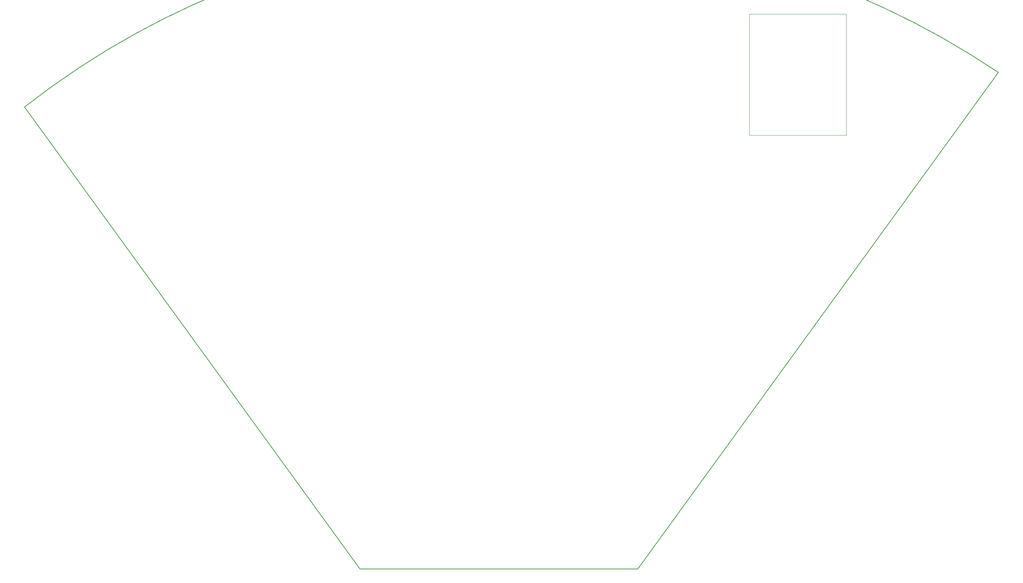
<source format=gbr>
%TF.GenerationSoftware,KiCad,Pcbnew,(5.1.7-0-10_14)*%
%TF.CreationDate,2021-04-08T12:21:10+02:00*%
%TF.ProjectId,MDMA,4d444d41-2e6b-4696-9361-645f70636258,rev?*%
%TF.SameCoordinates,Original*%
%TF.FileFunction,Profile,NP*%
%FSLAX46Y46*%
G04 Gerber Fmt 4.6, Leading zero omitted, Abs format (unit mm)*
G04 Created by KiCad (PCBNEW (5.1.7-0-10_14)) date 2021-04-08 12:21:10*
%MOMM*%
%LPD*%
G01*
G04 APERTURE LIST*
%TA.AperFunction,Profile*%
%ADD10C,0.050000*%
%TD*%
%TA.AperFunction,Profile*%
%ADD11C,0.150000*%
%TD*%
G04 APERTURE END LIST*
D10*
X196800000Y-73200000D02*
X198600000Y-73200000D01*
X196800000Y-44000000D02*
X196800000Y-73200000D01*
X220200000Y-73200000D02*
X198600000Y-73200000D01*
X220200000Y-44000000D02*
X220200000Y-73200000D01*
X196800000Y-44000000D02*
X220200000Y-44000000D01*
D11*
X256903020Y-58091642D02*
G75*
G03*
X21936000Y-66404000I-111763020J-165858358D01*
G01*
X102891000Y-177830000D02*
X21936000Y-66404000D01*
X169908000Y-177830000D02*
X256903000Y-58091000D01*
X102891000Y-177830000D02*
X169908000Y-177830000D01*
M02*

</source>
